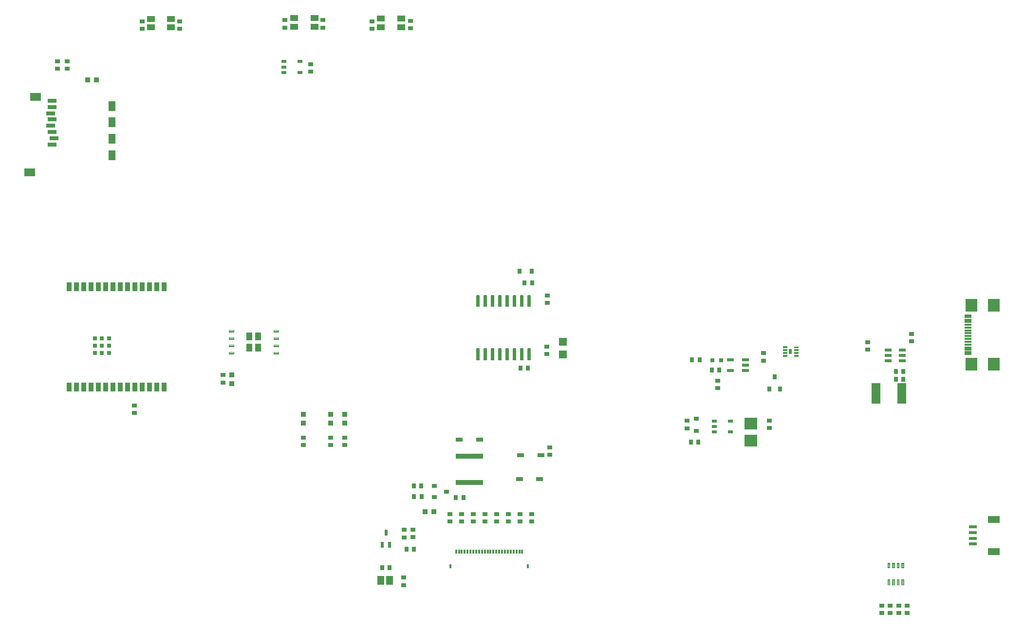
<source format=gbr>
G04 EAGLE Gerber RS-274X export*
G75*
%MOMM*%
%FSLAX34Y34*%
%LPD*%
%INSolderpaste Top*%
%IPPOS*%
%AMOC8*
5,1,8,0,0,1.08239X$1,22.5*%
G01*
G04 Define Apertures*
%ADD10R,1.400000X1.050000*%
%ADD11R,0.900000X0.700000*%
%ADD12R,1.400000X1.400000*%
%ADD13R,0.700000X0.900000*%
%ADD14R,2.200000X2.000000*%
%ADD15R,0.800000X0.800000*%
%ADD16R,1.200000X0.600000*%
%ADD17R,0.970000X0.940000*%
%ADD18R,0.940000X0.970000*%
%ADD19R,0.900000X0.800000*%
%ADD20R,1.150000X0.800000*%
%ADD21R,0.800000X0.900000*%
%ADD22R,0.900000X0.600000*%
%ADD23R,0.300000X0.800000*%
%ADD24R,0.400000X0.800000*%
%ADD25R,1.150000X0.300000*%
%ADD26R,2.000000X2.180000*%
%ADD27R,2.000000X1.200000*%
%ADD28R,1.350000X0.600000*%
%ADD29R,1.200000X1.800000*%
%ADD30R,1.900000X1.400000*%
%ADD31R,1.500000X0.700000*%
%ADD32R,4.826000X0.889000*%
%ADD33R,1.200000X0.550000*%
%ADD34R,1.500000X3.600000*%
%ADD35R,0.500000X1.050000*%
%ADD36C,0.125000*%
%ADD37R,1.168400X1.600200*%
%ADD38R,1.010000X1.460000*%
%ADD39C,0.110000*%
%ADD40R,0.900000X1.500000*%
%ADD41C,0.147500*%
%ADD42R,0.560000X0.820000*%
%ADD43C,0.075000*%
%ADD44C,0.067500*%
D10*
X507500Y1096844D03*
X472500Y1096844D03*
X472500Y1081844D03*
X507500Y1081844D03*
D11*
X1508909Y62278D03*
X1508909Y75278D03*
X674917Y1092042D03*
X674917Y1079042D03*
D12*
X939444Y511601D03*
X939444Y533601D03*
D13*
X1198736Y484621D03*
X1211736Y484621D03*
X1162311Y359223D03*
X1175311Y359223D03*
D11*
X1298168Y384095D03*
X1298168Y397095D03*
X1494248Y62278D03*
X1494248Y75278D03*
X1288170Y501270D03*
X1288170Y514270D03*
D14*
X1266058Y391708D03*
X1266058Y361708D03*
D11*
X916855Y337251D03*
X916855Y350251D03*
D13*
X1531404Y468744D03*
X1518404Y468744D03*
D11*
X273618Y1091370D03*
X273618Y1078370D03*
D13*
X1518698Y482654D03*
X1531698Y482654D03*
D11*
X522240Y1093379D03*
X522240Y1080379D03*
D13*
X625424Y141354D03*
X638424Y141354D03*
D11*
X911412Y512517D03*
X911412Y525517D03*
X60620Y1008915D03*
X60620Y1021915D03*
D10*
X658158Y1095840D03*
X623158Y1095840D03*
X623158Y1080840D03*
X658158Y1080840D03*
D15*
X1214373Y501622D03*
X1199373Y501622D03*
D11*
X500916Y1003875D03*
X500916Y1016875D03*
D16*
X1505008Y519476D03*
X1505008Y509976D03*
X1505008Y500476D03*
X1530008Y500476D03*
X1530008Y509976D03*
X1530008Y519476D03*
D17*
X700116Y238117D03*
X715116Y238117D03*
X128095Y989250D03*
X113095Y989250D03*
D18*
X488000Y392500D03*
X488000Y407500D03*
D19*
X1171481Y378937D03*
X1171481Y399937D03*
D20*
X901209Y336483D03*
X866209Y336483D03*
X864291Y295455D03*
X899291Y295455D03*
X794403Y363554D03*
X759403Y363554D03*
D18*
X560000Y392500D03*
X560000Y407500D03*
D21*
X864184Y656687D03*
X885184Y656687D03*
D18*
X536000Y392500D03*
X536000Y407500D03*
X363438Y476443D03*
X363438Y461443D03*
D13*
X680852Y264655D03*
X693852Y264655D03*
D11*
X783679Y221231D03*
X783679Y234231D03*
X763355Y221231D03*
X763355Y234231D03*
X743030Y221231D03*
X743030Y234231D03*
D13*
X680076Y283297D03*
X693076Y283297D03*
D11*
X885304Y221231D03*
X885304Y234231D03*
X864979Y234231D03*
X864979Y221231D03*
X844654Y221231D03*
X844654Y234231D03*
X824329Y221231D03*
X824329Y234231D03*
X804004Y221231D03*
X804004Y234231D03*
D22*
X454350Y1021332D03*
X454350Y1011832D03*
X454350Y1002332D03*
X482350Y1002332D03*
X482350Y1021332D03*
X1202459Y396279D03*
X1202459Y386779D03*
X1202459Y377279D03*
X1230459Y377279D03*
X1230459Y396279D03*
D23*
X868790Y168892D03*
X863790Y168892D03*
X858790Y168892D03*
X853790Y168892D03*
X848790Y168892D03*
X843790Y168892D03*
X838790Y168892D03*
X833790Y168892D03*
X828790Y168892D03*
X823790Y168892D03*
X818790Y168892D03*
X813790Y168892D03*
X808790Y168892D03*
X803790Y168892D03*
X798790Y168892D03*
X793790Y168892D03*
X788790Y168892D03*
X783790Y168892D03*
X778790Y168892D03*
X773790Y168892D03*
X768790Y168892D03*
X763790Y168892D03*
X758790Y168892D03*
X753790Y168892D03*
D24*
X878790Y143892D03*
X743790Y143892D03*
D25*
X1643837Y512767D03*
X1643837Y520767D03*
X1643837Y533767D03*
X1643837Y543767D03*
X1643837Y548767D03*
X1643837Y558767D03*
X1643837Y571767D03*
X1643837Y579767D03*
X1643837Y576767D03*
X1643837Y568767D03*
X1643837Y563767D03*
X1643837Y553767D03*
X1643837Y538767D03*
X1643837Y528767D03*
X1643837Y523767D03*
X1643837Y515767D03*
D26*
X1688887Y495167D03*
X1688887Y597367D03*
X1649587Y495167D03*
X1649587Y597367D03*
D27*
X1689078Y169134D03*
X1689078Y225134D03*
D28*
X1652328Y182134D03*
X1652328Y192134D03*
X1652328Y202134D03*
X1652328Y212134D03*
D29*
X155202Y858421D03*
X155202Y915421D03*
D30*
X12702Y828421D03*
X22702Y959921D03*
D31*
X51202Y876421D03*
X55202Y887421D03*
X51202Y898421D03*
X49202Y909421D03*
X51202Y920421D03*
X49202Y931421D03*
X51202Y942421D03*
X51202Y953421D03*
D29*
X155202Y886921D03*
X155202Y943921D03*
D32*
X777216Y334811D03*
X777216Y289091D03*
D33*
X1256856Y483589D03*
X1256856Y493089D03*
X1256856Y502589D03*
X1230854Y502589D03*
X1230854Y483589D03*
D34*
X1483713Y444296D03*
X1528713Y444296D03*
D21*
X1298326Y452192D03*
X1317326Y452192D03*
X1307826Y473192D03*
D19*
X715858Y283033D03*
X715858Y264033D03*
X736858Y273533D03*
D35*
X625483Y181210D03*
X638483Y181210D03*
X631983Y202210D03*
D11*
X194438Y410110D03*
X194438Y423110D03*
X1523922Y62278D03*
X1523922Y75278D03*
D13*
X865732Y488264D03*
X878732Y488264D03*
D11*
X536000Y354500D03*
X536000Y367500D03*
D13*
X1164224Y502481D03*
X1177224Y502481D03*
D11*
X1155854Y383486D03*
X1155854Y396486D03*
X663040Y110733D03*
X663040Y123733D03*
X1537915Y62278D03*
X1537915Y75278D03*
X912444Y601458D03*
X912444Y614458D03*
X1546110Y534505D03*
X1546110Y547505D03*
X1469538Y520007D03*
X1469538Y533007D03*
X1208425Y453270D03*
X1208425Y466270D03*
X663204Y193884D03*
X663204Y206884D03*
X679038Y194033D03*
X679038Y207033D03*
X348257Y463105D03*
X348257Y476105D03*
D13*
X680768Y172895D03*
X667768Y172895D03*
D11*
X77757Y1021848D03*
X77757Y1008848D03*
X488000Y354500D03*
X488000Y367500D03*
X560000Y354500D03*
X560000Y367500D03*
D10*
X257928Y1095672D03*
X222928Y1095672D03*
X222928Y1080672D03*
X257928Y1080672D03*
D11*
X456008Y1080326D03*
X456008Y1093326D03*
D13*
X872861Y636472D03*
X885861Y636472D03*
D11*
X607857Y1078188D03*
X607857Y1091188D03*
D13*
X753617Y262811D03*
X766617Y262811D03*
D11*
X207836Y1078441D03*
X207836Y1091441D03*
D36*
X1507875Y149579D02*
X1507875Y140669D01*
X1504125Y140669D01*
X1504125Y149579D01*
X1507875Y149579D01*
X1507875Y141856D02*
X1504125Y141856D01*
X1504125Y143043D02*
X1507875Y143043D01*
X1507875Y144230D02*
X1504125Y144230D01*
X1504125Y145417D02*
X1507875Y145417D01*
X1507875Y146604D02*
X1504125Y146604D01*
X1504125Y147791D02*
X1507875Y147791D01*
X1507875Y148978D02*
X1504125Y148978D01*
X1515875Y149579D02*
X1515875Y140669D01*
X1512125Y140669D01*
X1512125Y149579D01*
X1515875Y149579D01*
X1515875Y141856D02*
X1512125Y141856D01*
X1512125Y143043D02*
X1515875Y143043D01*
X1515875Y144230D02*
X1512125Y144230D01*
X1512125Y145417D02*
X1515875Y145417D01*
X1515875Y146604D02*
X1512125Y146604D01*
X1512125Y147791D02*
X1515875Y147791D01*
X1515875Y148978D02*
X1512125Y148978D01*
X1523875Y149579D02*
X1523875Y140669D01*
X1520125Y140669D01*
X1520125Y149579D01*
X1523875Y149579D01*
X1523875Y141856D02*
X1520125Y141856D01*
X1520125Y143043D02*
X1523875Y143043D01*
X1523875Y144230D02*
X1520125Y144230D01*
X1520125Y145417D02*
X1523875Y145417D01*
X1523875Y146604D02*
X1520125Y146604D01*
X1520125Y147791D02*
X1523875Y147791D01*
X1523875Y148978D02*
X1520125Y148978D01*
X1531875Y149579D02*
X1531875Y140669D01*
X1528125Y140669D01*
X1528125Y149579D01*
X1531875Y149579D01*
X1531875Y141856D02*
X1528125Y141856D01*
X1528125Y143043D02*
X1531875Y143043D01*
X1531875Y144230D02*
X1528125Y144230D01*
X1528125Y145417D02*
X1531875Y145417D01*
X1531875Y146604D02*
X1528125Y146604D01*
X1528125Y147791D02*
X1531875Y147791D01*
X1531875Y148978D02*
X1528125Y148978D01*
X1532075Y120419D02*
X1532075Y111509D01*
X1528325Y111509D01*
X1528325Y120419D01*
X1532075Y120419D01*
X1532075Y112696D02*
X1528325Y112696D01*
X1528325Y113883D02*
X1532075Y113883D01*
X1532075Y115070D02*
X1528325Y115070D01*
X1528325Y116257D02*
X1532075Y116257D01*
X1532075Y117444D02*
X1528325Y117444D01*
X1528325Y118631D02*
X1532075Y118631D01*
X1532075Y119818D02*
X1528325Y119818D01*
X1523875Y120419D02*
X1523875Y111509D01*
X1520125Y111509D01*
X1520125Y120419D01*
X1523875Y120419D01*
X1523875Y112696D02*
X1520125Y112696D01*
X1520125Y113883D02*
X1523875Y113883D01*
X1523875Y115070D02*
X1520125Y115070D01*
X1520125Y116257D02*
X1523875Y116257D01*
X1523875Y117444D02*
X1520125Y117444D01*
X1520125Y118631D02*
X1523875Y118631D01*
X1523875Y119818D02*
X1520125Y119818D01*
X1515875Y120419D02*
X1515875Y111509D01*
X1512125Y111509D01*
X1512125Y120419D01*
X1515875Y120419D01*
X1515875Y112696D02*
X1512125Y112696D01*
X1512125Y113883D02*
X1515875Y113883D01*
X1515875Y115070D02*
X1512125Y115070D01*
X1512125Y116257D02*
X1515875Y116257D01*
X1515875Y117444D02*
X1512125Y117444D01*
X1512125Y118631D02*
X1515875Y118631D01*
X1515875Y119818D02*
X1512125Y119818D01*
X1507875Y120419D02*
X1507875Y111509D01*
X1504125Y111509D01*
X1504125Y120419D01*
X1507875Y120419D01*
X1507875Y112696D02*
X1504125Y112696D01*
X1504125Y113883D02*
X1507875Y113883D01*
X1507875Y115070D02*
X1504125Y115070D01*
X1504125Y116257D02*
X1507875Y116257D01*
X1507875Y117444D02*
X1504125Y117444D01*
X1504125Y118631D02*
X1507875Y118631D01*
X1507875Y119818D02*
X1504125Y119818D01*
D37*
X622680Y119379D03*
X637920Y119379D03*
D38*
X394535Y542950D03*
X409235Y542950D03*
X394535Y523750D03*
X409235Y523750D03*
D39*
X367085Y550750D02*
X358785Y550750D01*
X358785Y554050D01*
X367085Y554050D01*
X367085Y550750D01*
X367085Y551795D02*
X358785Y551795D01*
X358785Y552840D02*
X367085Y552840D01*
X367085Y553885D02*
X358785Y553885D01*
X358785Y538050D02*
X367085Y538050D01*
X358785Y538050D02*
X358785Y541350D01*
X367085Y541350D01*
X367085Y538050D01*
X367085Y539095D02*
X358785Y539095D01*
X358785Y540140D02*
X367085Y540140D01*
X367085Y541185D02*
X358785Y541185D01*
X358785Y525350D02*
X367085Y525350D01*
X358785Y525350D02*
X358785Y528650D01*
X367085Y528650D01*
X367085Y525350D01*
X367085Y526395D02*
X358785Y526395D01*
X358785Y527440D02*
X367085Y527440D01*
X367085Y528485D02*
X358785Y528485D01*
X358785Y512650D02*
X367085Y512650D01*
X358785Y512650D02*
X358785Y515950D01*
X367085Y515950D01*
X367085Y512650D01*
X367085Y513695D02*
X358785Y513695D01*
X358785Y514740D02*
X367085Y514740D01*
X367085Y515785D02*
X358785Y515785D01*
X436685Y512650D02*
X444985Y512650D01*
X436685Y512650D02*
X436685Y515950D01*
X444985Y515950D01*
X444985Y512650D01*
X444985Y513695D02*
X436685Y513695D01*
X436685Y514740D02*
X444985Y514740D01*
X444985Y515785D02*
X436685Y515785D01*
X436685Y525350D02*
X444985Y525350D01*
X436685Y525350D02*
X436685Y528650D01*
X444985Y528650D01*
X444985Y525350D01*
X444985Y526395D02*
X436685Y526395D01*
X436685Y527440D02*
X444985Y527440D01*
X444985Y528485D02*
X436685Y528485D01*
X436685Y538050D02*
X444985Y538050D01*
X436685Y538050D02*
X436685Y541350D01*
X444985Y541350D01*
X444985Y538050D01*
X444985Y539095D02*
X436685Y539095D01*
X436685Y540140D02*
X444985Y540140D01*
X444985Y541185D02*
X436685Y541185D01*
X436685Y550750D02*
X444985Y550750D01*
X436685Y550750D02*
X436685Y554050D01*
X444985Y554050D01*
X444985Y550750D01*
X444985Y551795D02*
X436685Y551795D01*
X436685Y552840D02*
X444985Y552840D01*
X444985Y553885D02*
X436685Y553885D01*
D40*
X80959Y454912D03*
X93659Y454912D03*
X106359Y454912D03*
X119059Y454912D03*
X131759Y454912D03*
X144459Y454912D03*
X157159Y454912D03*
X169859Y454912D03*
X182559Y454912D03*
X195259Y454912D03*
X207959Y454912D03*
X220659Y454912D03*
X233359Y454912D03*
X246059Y454912D03*
X246059Y629912D03*
X233359Y629912D03*
X220659Y629912D03*
X207959Y629912D03*
X195259Y629912D03*
X182559Y629912D03*
X169859Y629912D03*
X157159Y629912D03*
X144459Y629912D03*
X131759Y629912D03*
X119059Y629912D03*
X106359Y629912D03*
X93659Y629912D03*
X80959Y629912D03*
D15*
X138159Y527362D03*
X125659Y514862D03*
X125659Y527362D03*
X125659Y539862D03*
X138159Y514862D03*
X138159Y539862D03*
X150659Y514862D03*
X150659Y527362D03*
X150659Y539862D03*
D41*
X878164Y595730D02*
X878164Y614756D01*
X882590Y614756D01*
X882590Y595730D01*
X878164Y595730D01*
X878164Y597131D02*
X882590Y597131D01*
X882590Y598532D02*
X878164Y598532D01*
X878164Y599933D02*
X882590Y599933D01*
X882590Y601334D02*
X878164Y601334D01*
X878164Y602735D02*
X882590Y602735D01*
X882590Y604136D02*
X878164Y604136D01*
X878164Y605537D02*
X882590Y605537D01*
X882590Y606938D02*
X878164Y606938D01*
X878164Y608339D02*
X882590Y608339D01*
X882590Y609740D02*
X878164Y609740D01*
X878164Y611141D02*
X882590Y611141D01*
X882590Y612542D02*
X878164Y612542D01*
X878164Y613943D02*
X882590Y613943D01*
X865464Y614756D02*
X865464Y595730D01*
X865464Y614756D02*
X869890Y614756D01*
X869890Y595730D01*
X865464Y595730D01*
X865464Y597131D02*
X869890Y597131D01*
X869890Y598532D02*
X865464Y598532D01*
X865464Y599933D02*
X869890Y599933D01*
X869890Y601334D02*
X865464Y601334D01*
X865464Y602735D02*
X869890Y602735D01*
X869890Y604136D02*
X865464Y604136D01*
X865464Y605537D02*
X869890Y605537D01*
X869890Y606938D02*
X865464Y606938D01*
X865464Y608339D02*
X869890Y608339D01*
X869890Y609740D02*
X865464Y609740D01*
X865464Y611141D02*
X869890Y611141D01*
X869890Y612542D02*
X865464Y612542D01*
X865464Y613943D02*
X869890Y613943D01*
X852764Y614756D02*
X852764Y595730D01*
X852764Y614756D02*
X857190Y614756D01*
X857190Y595730D01*
X852764Y595730D01*
X852764Y597131D02*
X857190Y597131D01*
X857190Y598532D02*
X852764Y598532D01*
X852764Y599933D02*
X857190Y599933D01*
X857190Y601334D02*
X852764Y601334D01*
X852764Y602735D02*
X857190Y602735D01*
X857190Y604136D02*
X852764Y604136D01*
X852764Y605537D02*
X857190Y605537D01*
X857190Y606938D02*
X852764Y606938D01*
X852764Y608339D02*
X857190Y608339D01*
X857190Y609740D02*
X852764Y609740D01*
X852764Y611141D02*
X857190Y611141D01*
X857190Y612542D02*
X852764Y612542D01*
X852764Y613943D02*
X857190Y613943D01*
X840064Y614756D02*
X840064Y595730D01*
X840064Y614756D02*
X844490Y614756D01*
X844490Y595730D01*
X840064Y595730D01*
X840064Y597131D02*
X844490Y597131D01*
X844490Y598532D02*
X840064Y598532D01*
X840064Y599933D02*
X844490Y599933D01*
X844490Y601334D02*
X840064Y601334D01*
X840064Y602735D02*
X844490Y602735D01*
X844490Y604136D02*
X840064Y604136D01*
X840064Y605537D02*
X844490Y605537D01*
X844490Y606938D02*
X840064Y606938D01*
X840064Y608339D02*
X844490Y608339D01*
X844490Y609740D02*
X840064Y609740D01*
X840064Y611141D02*
X844490Y611141D01*
X844490Y612542D02*
X840064Y612542D01*
X840064Y613943D02*
X844490Y613943D01*
X827364Y614756D02*
X827364Y595730D01*
X827364Y614756D02*
X831790Y614756D01*
X831790Y595730D01*
X827364Y595730D01*
X827364Y597131D02*
X831790Y597131D01*
X831790Y598532D02*
X827364Y598532D01*
X827364Y599933D02*
X831790Y599933D01*
X831790Y601334D02*
X827364Y601334D01*
X827364Y602735D02*
X831790Y602735D01*
X831790Y604136D02*
X827364Y604136D01*
X827364Y605537D02*
X831790Y605537D01*
X831790Y606938D02*
X827364Y606938D01*
X827364Y608339D02*
X831790Y608339D01*
X831790Y609740D02*
X827364Y609740D01*
X827364Y611141D02*
X831790Y611141D01*
X831790Y612542D02*
X827364Y612542D01*
X827364Y613943D02*
X831790Y613943D01*
X814664Y614756D02*
X814664Y595730D01*
X814664Y614756D02*
X819090Y614756D01*
X819090Y595730D01*
X814664Y595730D01*
X814664Y597131D02*
X819090Y597131D01*
X819090Y598532D02*
X814664Y598532D01*
X814664Y599933D02*
X819090Y599933D01*
X819090Y601334D02*
X814664Y601334D01*
X814664Y602735D02*
X819090Y602735D01*
X819090Y604136D02*
X814664Y604136D01*
X814664Y605537D02*
X819090Y605537D01*
X819090Y606938D02*
X814664Y606938D01*
X814664Y608339D02*
X819090Y608339D01*
X819090Y609740D02*
X814664Y609740D01*
X814664Y611141D02*
X819090Y611141D01*
X819090Y612542D02*
X814664Y612542D01*
X814664Y613943D02*
X819090Y613943D01*
X801964Y614756D02*
X801964Y595730D01*
X801964Y614756D02*
X806390Y614756D01*
X806390Y595730D01*
X801964Y595730D01*
X801964Y597131D02*
X806390Y597131D01*
X806390Y598532D02*
X801964Y598532D01*
X801964Y599933D02*
X806390Y599933D01*
X806390Y601334D02*
X801964Y601334D01*
X801964Y602735D02*
X806390Y602735D01*
X806390Y604136D02*
X801964Y604136D01*
X801964Y605537D02*
X806390Y605537D01*
X806390Y606938D02*
X801964Y606938D01*
X801964Y608339D02*
X806390Y608339D01*
X806390Y609740D02*
X801964Y609740D01*
X801964Y611141D02*
X806390Y611141D01*
X806390Y612542D02*
X801964Y612542D01*
X801964Y613943D02*
X806390Y613943D01*
X789264Y614756D02*
X789264Y595730D01*
X789264Y614756D02*
X793690Y614756D01*
X793690Y595730D01*
X789264Y595730D01*
X789264Y597131D02*
X793690Y597131D01*
X793690Y598532D02*
X789264Y598532D01*
X789264Y599933D02*
X793690Y599933D01*
X793690Y601334D02*
X789264Y601334D01*
X789264Y602735D02*
X793690Y602735D01*
X793690Y604136D02*
X789264Y604136D01*
X789264Y605537D02*
X793690Y605537D01*
X793690Y606938D02*
X789264Y606938D01*
X789264Y608339D02*
X793690Y608339D01*
X793690Y609740D02*
X789264Y609740D01*
X789264Y611141D02*
X793690Y611141D01*
X793690Y612542D02*
X789264Y612542D01*
X789264Y613943D02*
X793690Y613943D01*
X789264Y521656D02*
X789264Y502630D01*
X789264Y521656D02*
X793690Y521656D01*
X793690Y502630D01*
X789264Y502630D01*
X789264Y504031D02*
X793690Y504031D01*
X793690Y505432D02*
X789264Y505432D01*
X789264Y506833D02*
X793690Y506833D01*
X793690Y508234D02*
X789264Y508234D01*
X789264Y509635D02*
X793690Y509635D01*
X793690Y511036D02*
X789264Y511036D01*
X789264Y512437D02*
X793690Y512437D01*
X793690Y513838D02*
X789264Y513838D01*
X789264Y515239D02*
X793690Y515239D01*
X793690Y516640D02*
X789264Y516640D01*
X789264Y518041D02*
X793690Y518041D01*
X793690Y519442D02*
X789264Y519442D01*
X789264Y520843D02*
X793690Y520843D01*
X801964Y521656D02*
X801964Y502630D01*
X801964Y521656D02*
X806390Y521656D01*
X806390Y502630D01*
X801964Y502630D01*
X801964Y504031D02*
X806390Y504031D01*
X806390Y505432D02*
X801964Y505432D01*
X801964Y506833D02*
X806390Y506833D01*
X806390Y508234D02*
X801964Y508234D01*
X801964Y509635D02*
X806390Y509635D01*
X806390Y511036D02*
X801964Y511036D01*
X801964Y512437D02*
X806390Y512437D01*
X806390Y513838D02*
X801964Y513838D01*
X801964Y515239D02*
X806390Y515239D01*
X806390Y516640D02*
X801964Y516640D01*
X801964Y518041D02*
X806390Y518041D01*
X806390Y519442D02*
X801964Y519442D01*
X801964Y520843D02*
X806390Y520843D01*
X814664Y521656D02*
X814664Y502630D01*
X814664Y521656D02*
X819090Y521656D01*
X819090Y502630D01*
X814664Y502630D01*
X814664Y504031D02*
X819090Y504031D01*
X819090Y505432D02*
X814664Y505432D01*
X814664Y506833D02*
X819090Y506833D01*
X819090Y508234D02*
X814664Y508234D01*
X814664Y509635D02*
X819090Y509635D01*
X819090Y511036D02*
X814664Y511036D01*
X814664Y512437D02*
X819090Y512437D01*
X819090Y513838D02*
X814664Y513838D01*
X814664Y515239D02*
X819090Y515239D01*
X819090Y516640D02*
X814664Y516640D01*
X814664Y518041D02*
X819090Y518041D01*
X819090Y519442D02*
X814664Y519442D01*
X814664Y520843D02*
X819090Y520843D01*
X827364Y521656D02*
X827364Y502630D01*
X827364Y521656D02*
X831790Y521656D01*
X831790Y502630D01*
X827364Y502630D01*
X827364Y504031D02*
X831790Y504031D01*
X831790Y505432D02*
X827364Y505432D01*
X827364Y506833D02*
X831790Y506833D01*
X831790Y508234D02*
X827364Y508234D01*
X827364Y509635D02*
X831790Y509635D01*
X831790Y511036D02*
X827364Y511036D01*
X827364Y512437D02*
X831790Y512437D01*
X831790Y513838D02*
X827364Y513838D01*
X827364Y515239D02*
X831790Y515239D01*
X831790Y516640D02*
X827364Y516640D01*
X827364Y518041D02*
X831790Y518041D01*
X831790Y519442D02*
X827364Y519442D01*
X827364Y520843D02*
X831790Y520843D01*
X840064Y521656D02*
X840064Y502630D01*
X840064Y521656D02*
X844490Y521656D01*
X844490Y502630D01*
X840064Y502630D01*
X840064Y504031D02*
X844490Y504031D01*
X844490Y505432D02*
X840064Y505432D01*
X840064Y506833D02*
X844490Y506833D01*
X844490Y508234D02*
X840064Y508234D01*
X840064Y509635D02*
X844490Y509635D01*
X844490Y511036D02*
X840064Y511036D01*
X840064Y512437D02*
X844490Y512437D01*
X844490Y513838D02*
X840064Y513838D01*
X840064Y515239D02*
X844490Y515239D01*
X844490Y516640D02*
X840064Y516640D01*
X840064Y518041D02*
X844490Y518041D01*
X844490Y519442D02*
X840064Y519442D01*
X840064Y520843D02*
X844490Y520843D01*
X852764Y521656D02*
X852764Y502630D01*
X852764Y521656D02*
X857190Y521656D01*
X857190Y502630D01*
X852764Y502630D01*
X852764Y504031D02*
X857190Y504031D01*
X857190Y505432D02*
X852764Y505432D01*
X852764Y506833D02*
X857190Y506833D01*
X857190Y508234D02*
X852764Y508234D01*
X852764Y509635D02*
X857190Y509635D01*
X857190Y511036D02*
X852764Y511036D01*
X852764Y512437D02*
X857190Y512437D01*
X857190Y513838D02*
X852764Y513838D01*
X852764Y515239D02*
X857190Y515239D01*
X857190Y516640D02*
X852764Y516640D01*
X852764Y518041D02*
X857190Y518041D01*
X857190Y519442D02*
X852764Y519442D01*
X852764Y520843D02*
X857190Y520843D01*
X865464Y521656D02*
X865464Y502630D01*
X865464Y521656D02*
X869890Y521656D01*
X869890Y502630D01*
X865464Y502630D01*
X865464Y504031D02*
X869890Y504031D01*
X869890Y505432D02*
X865464Y505432D01*
X865464Y506833D02*
X869890Y506833D01*
X869890Y508234D02*
X865464Y508234D01*
X865464Y509635D02*
X869890Y509635D01*
X869890Y511036D02*
X865464Y511036D01*
X865464Y512437D02*
X869890Y512437D01*
X869890Y513838D02*
X865464Y513838D01*
X865464Y515239D02*
X869890Y515239D01*
X869890Y516640D02*
X865464Y516640D01*
X865464Y518041D02*
X869890Y518041D01*
X869890Y519442D02*
X865464Y519442D01*
X865464Y520843D02*
X869890Y520843D01*
X878164Y521656D02*
X878164Y502630D01*
X878164Y521656D02*
X882590Y521656D01*
X882590Y502630D01*
X878164Y502630D01*
X878164Y504031D02*
X882590Y504031D01*
X882590Y505432D02*
X878164Y505432D01*
X878164Y506833D02*
X882590Y506833D01*
X882590Y508234D02*
X878164Y508234D01*
X878164Y509635D02*
X882590Y509635D01*
X882590Y511036D02*
X878164Y511036D01*
X878164Y512437D02*
X882590Y512437D01*
X882590Y513838D02*
X878164Y513838D01*
X878164Y515239D02*
X882590Y515239D01*
X882590Y516640D02*
X878164Y516640D01*
X878164Y518041D02*
X882590Y518041D01*
X882590Y519442D02*
X878164Y519442D01*
X878164Y520843D02*
X882590Y520843D01*
D42*
X1335359Y517358D03*
D43*
X1328944Y523733D02*
X1322074Y523733D01*
X1322074Y525983D01*
X1328944Y525983D01*
X1328944Y523733D01*
X1328944Y524445D02*
X1322074Y524445D01*
X1322074Y525157D02*
X1328944Y525157D01*
X1328944Y525869D02*
X1322074Y525869D01*
X1322084Y518733D02*
X1328934Y518733D01*
X1322084Y518733D02*
X1322084Y520983D01*
X1328934Y520983D01*
X1328934Y518733D01*
X1328934Y519445D02*
X1322084Y519445D01*
X1322084Y520157D02*
X1328934Y520157D01*
X1328934Y520869D02*
X1322084Y520869D01*
X1322084Y513733D02*
X1328934Y513733D01*
X1322084Y513733D02*
X1322084Y515983D01*
X1328934Y515983D01*
X1328934Y513733D01*
X1328934Y514445D02*
X1322084Y514445D01*
X1322084Y515157D02*
X1328934Y515157D01*
X1328934Y515869D02*
X1322084Y515869D01*
X1322084Y508733D02*
X1328934Y508733D01*
X1322084Y508733D02*
X1322084Y510983D01*
X1328934Y510983D01*
X1328934Y508733D01*
X1328934Y509445D02*
X1322084Y509445D01*
X1322084Y510157D02*
X1328934Y510157D01*
X1328934Y510869D02*
X1322084Y510869D01*
D44*
X1341746Y508845D02*
X1348672Y508845D01*
X1341746Y508845D02*
X1341746Y510871D01*
X1348672Y510871D01*
X1348672Y508845D01*
X1348672Y509486D02*
X1341746Y509486D01*
X1341746Y510127D02*
X1348672Y510127D01*
X1348672Y510768D02*
X1341746Y510768D01*
D43*
X1341784Y513733D02*
X1348634Y513733D01*
X1341784Y513733D02*
X1341784Y515983D01*
X1348634Y515983D01*
X1348634Y513733D01*
X1348634Y514445D02*
X1341784Y514445D01*
X1341784Y515157D02*
X1348634Y515157D01*
X1348634Y515869D02*
X1341784Y515869D01*
D44*
X1341746Y518845D02*
X1348672Y518845D01*
X1341746Y518845D02*
X1341746Y520871D01*
X1348672Y520871D01*
X1348672Y518845D01*
X1348672Y519486D02*
X1341746Y519486D01*
X1341746Y520127D02*
X1348672Y520127D01*
X1348672Y520768D02*
X1341746Y520768D01*
X1341746Y523845D02*
X1348672Y523845D01*
X1341746Y523845D02*
X1341746Y525871D01*
X1348672Y525871D01*
X1348672Y523845D01*
X1348672Y524486D02*
X1341746Y524486D01*
X1341746Y525127D02*
X1348672Y525127D01*
X1348672Y525768D02*
X1341746Y525768D01*
M02*

</source>
